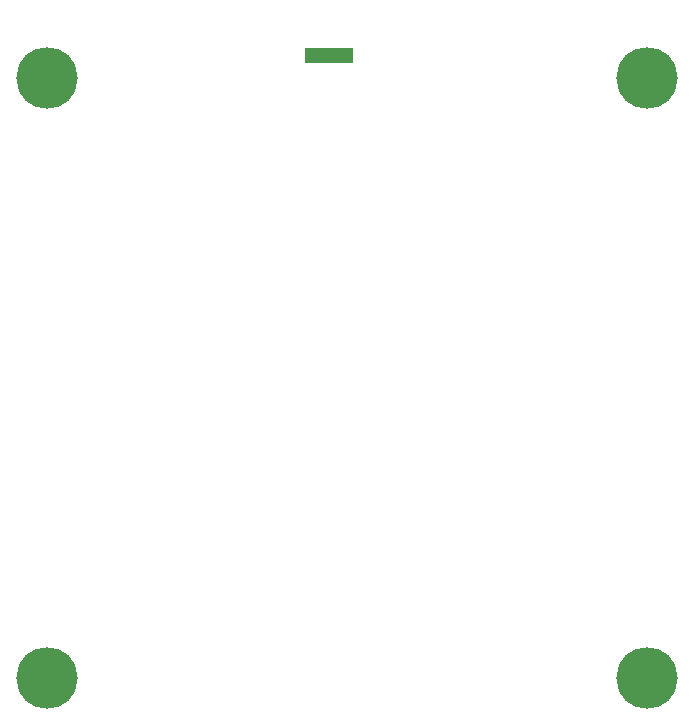
<source format=gts>
G04 Layer: TopSolderMaskLayer*
G04 EasyEDA v6.5.34, 2023-08-21 18:11:39*
G04 7c0d64df90874992beb4e0b3caab3860,5a6b42c53f6a479593ecc07194224c93,10*
G04 Gerber Generator version 0.2*
G04 Scale: 100 percent, Rotated: No, Reflected: No *
G04 Dimensions in millimeters *
G04 leading zeros omitted , absolute positions ,4 integer and 5 decimal *
%FSLAX45Y45*%
%MOMM*%

%ADD10C,5.2032*%

%LPD*%
D10*
G01*
X380992Y5460992D03*
G01*
X380992Y380992D03*
G01*
X5460992Y380992D03*
G01*
X5460992Y5460992D03*
G36*
X2565392Y5714992D02*
G01*
X2971792Y5714992D01*
X2971792Y5587992D01*
X2565392Y5587992D01*
G37*
M02*

</source>
